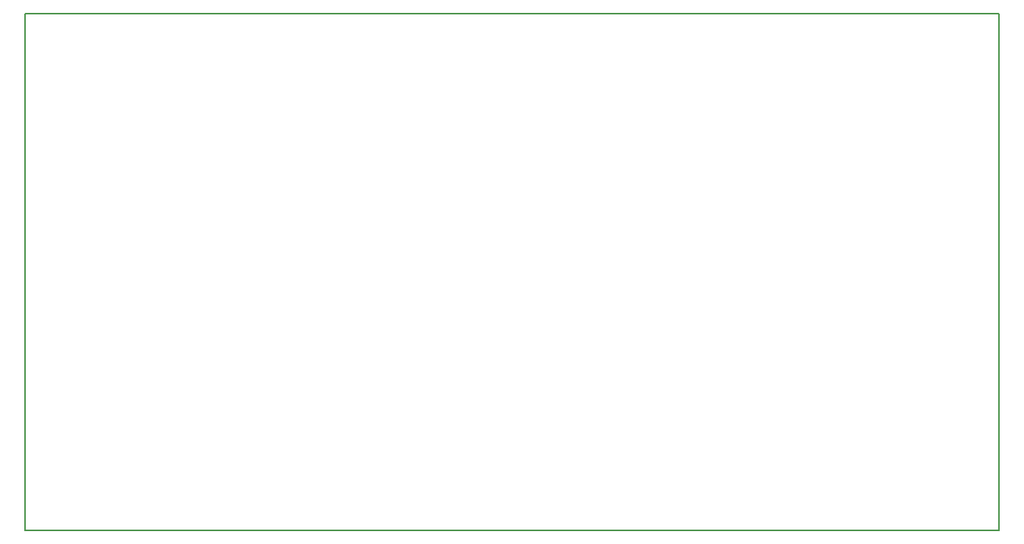
<source format=gm1>
G04 #@! TF.GenerationSoftware,KiCad,Pcbnew,5.0.0-rc2-dev-unknown-r12507-fb882633*
G04 #@! TF.CreationDate,2018-03-27T10:23:12-04:00*
G04 #@! TF.ProjectId,Gamegame,47616D6567616D652E6B696361645F70,rev?*
G04 #@! TF.SameCoordinates,Original*
G04 #@! TF.FileFunction,Profile,NP*
%FSLAX46Y46*%
G04 Gerber Fmt 4.6, Leading zero omitted, Abs format (unit mm)*
G04 Created by KiCad (PCBNEW 5.0.0-rc2-dev-unknown-r12507-fb882633) date Tue Mar 27 10:23:12 2018*
%MOMM*%
%LPD*%
G01*
G04 APERTURE LIST*
%ADD10C,0.150000*%
G04 APERTURE END LIST*
D10*
X75250000Y-80750000D02*
X75250000Y-23000000D01*
X184000000Y-80750000D02*
X75250000Y-80750000D01*
X184000000Y-23000000D02*
X184000000Y-80750000D01*
X75250000Y-23000000D02*
X184000000Y-23000000D01*
M02*

</source>
